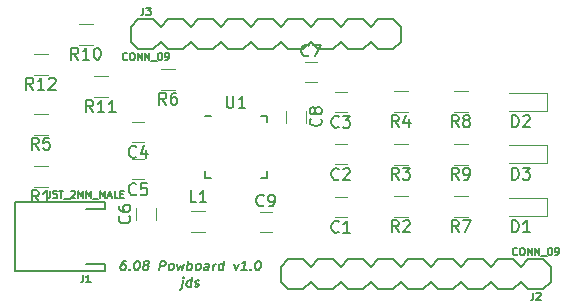
<source format=gto>
G04 #@! TF.FileFunction,Legend,Top*
%FSLAX46Y46*%
G04 Gerber Fmt 4.6, Leading zero omitted, Abs format (unit mm)*
G04 Created by KiCad (PCBNEW 4.0.6) date Sunday, December 17, 2017 'PMt' 09:14:31 PM*
%MOMM*%
%LPD*%
G01*
G04 APERTURE LIST*
%ADD10C,0.100000*%
%ADD11C,0.200000*%
%ADD12C,0.120000*%
%ADD13C,0.203200*%
%ADD14C,0.150000*%
%ADD15C,0.127000*%
G04 APERTURE END LIST*
D10*
D11*
X151356903Y-108081905D02*
X151204522Y-108081905D01*
X151123570Y-108120000D01*
X151080713Y-108158095D01*
X150990236Y-108272381D01*
X150933094Y-108424762D01*
X150894999Y-108729524D01*
X150923570Y-108805714D01*
X150956903Y-108843810D01*
X151028332Y-108881905D01*
X151180713Y-108881905D01*
X151261665Y-108843810D01*
X151304523Y-108805714D01*
X151352142Y-108729524D01*
X151375951Y-108539048D01*
X151347380Y-108462857D01*
X151314046Y-108424762D01*
X151242618Y-108386667D01*
X151090237Y-108386667D01*
X151009284Y-108424762D01*
X150966427Y-108462857D01*
X150918808Y-108539048D01*
X151685475Y-108805714D02*
X151718808Y-108843810D01*
X151675951Y-108881905D01*
X151642618Y-108843810D01*
X151685475Y-108805714D01*
X151675951Y-108881905D01*
X152309284Y-108081905D02*
X152385475Y-108081905D01*
X152456903Y-108120000D01*
X152490236Y-108158095D01*
X152518808Y-108234286D01*
X152537856Y-108386667D01*
X152514046Y-108577143D01*
X152456904Y-108729524D01*
X152409284Y-108805714D01*
X152366427Y-108843810D01*
X152285475Y-108881905D01*
X152209284Y-108881905D01*
X152137856Y-108843810D01*
X152104522Y-108805714D01*
X152075951Y-108729524D01*
X152056903Y-108577143D01*
X152080713Y-108386667D01*
X152137855Y-108234286D01*
X152185474Y-108158095D01*
X152228332Y-108120000D01*
X152309284Y-108081905D01*
X152990237Y-108424762D02*
X152918808Y-108386667D01*
X152885475Y-108348571D01*
X152856903Y-108272381D01*
X152861665Y-108234286D01*
X152909284Y-108158095D01*
X152952141Y-108120000D01*
X153033094Y-108081905D01*
X153185475Y-108081905D01*
X153256903Y-108120000D01*
X153290237Y-108158095D01*
X153318808Y-108234286D01*
X153314046Y-108272381D01*
X153266428Y-108348571D01*
X153223570Y-108386667D01*
X153142618Y-108424762D01*
X152990237Y-108424762D01*
X152909284Y-108462857D01*
X152866427Y-108500952D01*
X152818808Y-108577143D01*
X152799761Y-108729524D01*
X152828332Y-108805714D01*
X152861665Y-108843810D01*
X152933094Y-108881905D01*
X153085475Y-108881905D01*
X153166427Y-108843810D01*
X153209285Y-108805714D01*
X153256904Y-108729524D01*
X153275951Y-108577143D01*
X153247380Y-108500952D01*
X153214046Y-108462857D01*
X153142618Y-108424762D01*
X154190237Y-108881905D02*
X154290237Y-108081905D01*
X154594999Y-108081905D01*
X154666428Y-108120000D01*
X154699761Y-108158095D01*
X154728332Y-108234286D01*
X154714047Y-108348571D01*
X154666428Y-108424762D01*
X154623571Y-108462857D01*
X154542618Y-108500952D01*
X154237856Y-108500952D01*
X155104523Y-108881905D02*
X155033094Y-108843810D01*
X154999761Y-108805714D01*
X154971190Y-108729524D01*
X154999761Y-108500952D01*
X155047380Y-108424762D01*
X155090237Y-108386667D01*
X155171190Y-108348571D01*
X155285476Y-108348571D01*
X155356904Y-108386667D01*
X155390237Y-108424762D01*
X155418809Y-108500952D01*
X155390238Y-108729524D01*
X155342618Y-108805714D01*
X155299761Y-108843810D01*
X155218809Y-108881905D01*
X155104523Y-108881905D01*
X155704524Y-108348571D02*
X155790238Y-108881905D01*
X155990238Y-108500952D01*
X156095000Y-108881905D01*
X156314048Y-108348571D01*
X156552142Y-108881905D02*
X156652142Y-108081905D01*
X156614047Y-108386667D02*
X156695000Y-108348571D01*
X156847381Y-108348571D01*
X156918809Y-108386667D01*
X156952142Y-108424762D01*
X156980714Y-108500952D01*
X156952143Y-108729524D01*
X156904523Y-108805714D01*
X156861666Y-108843810D01*
X156780714Y-108881905D01*
X156628333Y-108881905D01*
X156556904Y-108843810D01*
X157390238Y-108881905D02*
X157318809Y-108843810D01*
X157285476Y-108805714D01*
X157256905Y-108729524D01*
X157285476Y-108500952D01*
X157333095Y-108424762D01*
X157375952Y-108386667D01*
X157456905Y-108348571D01*
X157571191Y-108348571D01*
X157642619Y-108386667D01*
X157675952Y-108424762D01*
X157704524Y-108500952D01*
X157675953Y-108729524D01*
X157628333Y-108805714D01*
X157585476Y-108843810D01*
X157504524Y-108881905D01*
X157390238Y-108881905D01*
X158342619Y-108881905D02*
X158395000Y-108462857D01*
X158366429Y-108386667D01*
X158295001Y-108348571D01*
X158142620Y-108348571D01*
X158061667Y-108386667D01*
X158347381Y-108843810D02*
X158266429Y-108881905D01*
X158075953Y-108881905D01*
X158004524Y-108843810D01*
X157975953Y-108767619D01*
X157985476Y-108691429D01*
X158033095Y-108615238D01*
X158114048Y-108577143D01*
X158304524Y-108577143D01*
X158385476Y-108539048D01*
X158723572Y-108881905D02*
X158790239Y-108348571D01*
X158771191Y-108500952D02*
X158818810Y-108424762D01*
X158861668Y-108386667D01*
X158942620Y-108348571D01*
X159018811Y-108348571D01*
X159561667Y-108881905D02*
X159661667Y-108081905D01*
X159566429Y-108843810D02*
X159485477Y-108881905D01*
X159333096Y-108881905D01*
X159261667Y-108843810D01*
X159228334Y-108805714D01*
X159199763Y-108729524D01*
X159228334Y-108500952D01*
X159275953Y-108424762D01*
X159318810Y-108386667D01*
X159399763Y-108348571D01*
X159552144Y-108348571D01*
X159623572Y-108386667D01*
X160542621Y-108348571D02*
X160666430Y-108881905D01*
X160923573Y-108348571D01*
X161580716Y-108881905D02*
X161123573Y-108881905D01*
X161352144Y-108881905D02*
X161452144Y-108081905D01*
X161361668Y-108196190D01*
X161275953Y-108272381D01*
X161195002Y-108310476D01*
X161933097Y-108805714D02*
X161966430Y-108843810D01*
X161923573Y-108881905D01*
X161890240Y-108843810D01*
X161933097Y-108805714D01*
X161923573Y-108881905D01*
X162556906Y-108081905D02*
X162633097Y-108081905D01*
X162704525Y-108120000D01*
X162737858Y-108158095D01*
X162766430Y-108234286D01*
X162785478Y-108386667D01*
X162761668Y-108577143D01*
X162704526Y-108729524D01*
X162656906Y-108805714D01*
X162614049Y-108843810D01*
X162533097Y-108881905D01*
X162456906Y-108881905D01*
X162385478Y-108843810D01*
X162352144Y-108805714D01*
X162323573Y-108729524D01*
X162304525Y-108577143D01*
X162328335Y-108386667D01*
X162385477Y-108234286D01*
X162433096Y-108158095D01*
X162475954Y-108120000D01*
X162556906Y-108081905D01*
X156180715Y-109748571D02*
X156095000Y-110434286D01*
X156047381Y-110510476D01*
X155966429Y-110548571D01*
X155928334Y-110548571D01*
X156214048Y-109481905D02*
X156171191Y-109520000D01*
X156204524Y-109558095D01*
X156247381Y-109520000D01*
X156214048Y-109481905D01*
X156204524Y-109558095D01*
X156837857Y-110281905D02*
X156937857Y-109481905D01*
X156842619Y-110243810D02*
X156761667Y-110281905D01*
X156609286Y-110281905D01*
X156537857Y-110243810D01*
X156504524Y-110205714D01*
X156475953Y-110129524D01*
X156504524Y-109900952D01*
X156552143Y-109824762D01*
X156595000Y-109786667D01*
X156675953Y-109748571D01*
X156828334Y-109748571D01*
X156899762Y-109786667D01*
X157185477Y-110243810D02*
X157256905Y-110281905D01*
X157409286Y-110281905D01*
X157490239Y-110243810D01*
X157537858Y-110167619D01*
X157542620Y-110129524D01*
X157514048Y-110053333D01*
X157442619Y-110015238D01*
X157328334Y-110015238D01*
X157256905Y-109977143D01*
X157228334Y-109900952D01*
X157233096Y-109862857D01*
X157280715Y-109786667D01*
X157361668Y-109748571D01*
X157475953Y-109748571D01*
X157547382Y-109786667D01*
D12*
X169045000Y-104355000D02*
X170045000Y-104355000D01*
X170045000Y-102655000D02*
X169045000Y-102655000D01*
X169045000Y-99910000D02*
X170045000Y-99910000D01*
X170045000Y-98210000D02*
X169045000Y-98210000D01*
X169045000Y-95465000D02*
X170045000Y-95465000D01*
X170045000Y-93765000D02*
X169045000Y-93765000D01*
X151900000Y-98005000D02*
X152900000Y-98005000D01*
X152900000Y-96305000D02*
X151900000Y-96305000D01*
X151900000Y-101180000D02*
X152900000Y-101180000D01*
X152900000Y-99480000D02*
X151900000Y-99480000D01*
X152185000Y-103640000D02*
X152185000Y-104640000D01*
X153885000Y-104640000D02*
X153885000Y-103640000D01*
X167505000Y-91225000D02*
X166505000Y-91225000D01*
X166505000Y-92925000D02*
X167505000Y-92925000D01*
X166585000Y-96385000D02*
X166585000Y-95385000D01*
X164885000Y-95385000D02*
X164885000Y-96385000D01*
X163695000Y-103925000D02*
X162695000Y-103925000D01*
X162695000Y-105625000D02*
X163695000Y-105625000D01*
X183785000Y-102755000D02*
X186985000Y-102755000D01*
X186985000Y-104255000D02*
X183785000Y-104255000D01*
X186985000Y-104255000D02*
X186985000Y-102755000D01*
X183785000Y-93865000D02*
X186985000Y-93865000D01*
X186985000Y-95365000D02*
X183785000Y-95365000D01*
X186985000Y-95365000D02*
X186985000Y-93865000D01*
X183785000Y-98310000D02*
X186985000Y-98310000D01*
X186985000Y-99810000D02*
X183785000Y-99810000D01*
X186985000Y-99810000D02*
X186985000Y-98310000D01*
D13*
X149552660Y-108993940D02*
X141955520Y-108993940D01*
X141955520Y-108993940D02*
X141955520Y-103096060D01*
X141955520Y-103096060D02*
X149552660Y-103096060D01*
X149552660Y-108993940D02*
X149552660Y-108343700D01*
X149552660Y-103096060D02*
X149552660Y-103746300D01*
X149552660Y-108343700D02*
X147955000Y-108343700D01*
X149552660Y-103746300D02*
X147955000Y-103746300D01*
X171450000Y-110490000D02*
X170180000Y-110490000D01*
X170180000Y-110490000D02*
X169545000Y-109855000D01*
X169545000Y-108585000D02*
X170180000Y-107950000D01*
X174625000Y-109855000D02*
X173990000Y-110490000D01*
X173990000Y-110490000D02*
X172720000Y-110490000D01*
X172720000Y-110490000D02*
X172085000Y-109855000D01*
X172085000Y-108585000D02*
X172720000Y-107950000D01*
X172720000Y-107950000D02*
X173990000Y-107950000D01*
X173990000Y-107950000D02*
X174625000Y-108585000D01*
X171450000Y-110490000D02*
X172085000Y-109855000D01*
X172085000Y-108585000D02*
X171450000Y-107950000D01*
X170180000Y-107950000D02*
X171450000Y-107950000D01*
X179070000Y-110490000D02*
X177800000Y-110490000D01*
X177800000Y-110490000D02*
X177165000Y-109855000D01*
X177165000Y-108585000D02*
X177800000Y-107950000D01*
X177165000Y-109855000D02*
X176530000Y-110490000D01*
X176530000Y-110490000D02*
X175260000Y-110490000D01*
X175260000Y-110490000D02*
X174625000Y-109855000D01*
X174625000Y-108585000D02*
X175260000Y-107950000D01*
X175260000Y-107950000D02*
X176530000Y-107950000D01*
X176530000Y-107950000D02*
X177165000Y-108585000D01*
X182245000Y-109855000D02*
X181610000Y-110490000D01*
X181610000Y-110490000D02*
X180340000Y-110490000D01*
X180340000Y-110490000D02*
X179705000Y-109855000D01*
X179705000Y-108585000D02*
X180340000Y-107950000D01*
X180340000Y-107950000D02*
X181610000Y-107950000D01*
X181610000Y-107950000D02*
X182245000Y-108585000D01*
X179070000Y-110490000D02*
X179705000Y-109855000D01*
X179705000Y-108585000D02*
X179070000Y-107950000D01*
X177800000Y-107950000D02*
X179070000Y-107950000D01*
X186690000Y-110490000D02*
X185420000Y-110490000D01*
X185420000Y-110490000D02*
X184785000Y-109855000D01*
X184785000Y-108585000D02*
X185420000Y-107950000D01*
X184785000Y-109855000D02*
X184150000Y-110490000D01*
X184150000Y-110490000D02*
X182880000Y-110490000D01*
X182880000Y-110490000D02*
X182245000Y-109855000D01*
X182245000Y-108585000D02*
X182880000Y-107950000D01*
X182880000Y-107950000D02*
X184150000Y-107950000D01*
X184150000Y-107950000D02*
X184785000Y-108585000D01*
X187325000Y-109855000D02*
X187325000Y-108585000D01*
X186690000Y-110490000D02*
X187325000Y-109855000D01*
X187325000Y-108585000D02*
X186690000Y-107950000D01*
X185420000Y-107950000D02*
X186690000Y-107950000D01*
X168910000Y-110490000D02*
X167640000Y-110490000D01*
X167640000Y-110490000D02*
X167005000Y-109855000D01*
X167005000Y-108585000D02*
X167640000Y-107950000D01*
X168910000Y-110490000D02*
X169545000Y-109855000D01*
X169545000Y-108585000D02*
X168910000Y-107950000D01*
X167640000Y-107950000D02*
X168910000Y-107950000D01*
X166370000Y-110490000D02*
X165100000Y-110490000D01*
X165100000Y-110490000D02*
X164465000Y-109855000D01*
X164465000Y-108585000D02*
X165100000Y-107950000D01*
X166370000Y-110490000D02*
X167005000Y-109855000D01*
X167005000Y-108585000D02*
X166370000Y-107950000D01*
X165100000Y-107950000D02*
X166370000Y-107950000D01*
X164465000Y-109855000D02*
X164465000Y-108585000D01*
X167640000Y-87630000D02*
X168910000Y-87630000D01*
X168910000Y-87630000D02*
X169545000Y-88265000D01*
X169545000Y-89535000D02*
X168910000Y-90170000D01*
X164465000Y-88265000D02*
X165100000Y-87630000D01*
X165100000Y-87630000D02*
X166370000Y-87630000D01*
X166370000Y-87630000D02*
X167005000Y-88265000D01*
X167005000Y-89535000D02*
X166370000Y-90170000D01*
X166370000Y-90170000D02*
X165100000Y-90170000D01*
X165100000Y-90170000D02*
X164465000Y-89535000D01*
X167640000Y-87630000D02*
X167005000Y-88265000D01*
X167005000Y-89535000D02*
X167640000Y-90170000D01*
X168910000Y-90170000D02*
X167640000Y-90170000D01*
X160020000Y-87630000D02*
X161290000Y-87630000D01*
X161290000Y-87630000D02*
X161925000Y-88265000D01*
X161925000Y-89535000D02*
X161290000Y-90170000D01*
X161925000Y-88265000D02*
X162560000Y-87630000D01*
X162560000Y-87630000D02*
X163830000Y-87630000D01*
X163830000Y-87630000D02*
X164465000Y-88265000D01*
X164465000Y-89535000D02*
X163830000Y-90170000D01*
X163830000Y-90170000D02*
X162560000Y-90170000D01*
X162560000Y-90170000D02*
X161925000Y-89535000D01*
X156845000Y-88265000D02*
X157480000Y-87630000D01*
X157480000Y-87630000D02*
X158750000Y-87630000D01*
X158750000Y-87630000D02*
X159385000Y-88265000D01*
X159385000Y-89535000D02*
X158750000Y-90170000D01*
X158750000Y-90170000D02*
X157480000Y-90170000D01*
X157480000Y-90170000D02*
X156845000Y-89535000D01*
X160020000Y-87630000D02*
X159385000Y-88265000D01*
X159385000Y-89535000D02*
X160020000Y-90170000D01*
X161290000Y-90170000D02*
X160020000Y-90170000D01*
X152400000Y-87630000D02*
X153670000Y-87630000D01*
X153670000Y-87630000D02*
X154305000Y-88265000D01*
X154305000Y-89535000D02*
X153670000Y-90170000D01*
X154305000Y-88265000D02*
X154940000Y-87630000D01*
X154940000Y-87630000D02*
X156210000Y-87630000D01*
X156210000Y-87630000D02*
X156845000Y-88265000D01*
X156845000Y-89535000D02*
X156210000Y-90170000D01*
X156210000Y-90170000D02*
X154940000Y-90170000D01*
X154940000Y-90170000D02*
X154305000Y-89535000D01*
X151765000Y-88265000D02*
X151765000Y-89535000D01*
X152400000Y-87630000D02*
X151765000Y-88265000D01*
X151765000Y-89535000D02*
X152400000Y-90170000D01*
X153670000Y-90170000D02*
X152400000Y-90170000D01*
X170180000Y-87630000D02*
X171450000Y-87630000D01*
X171450000Y-87630000D02*
X172085000Y-88265000D01*
X172085000Y-89535000D02*
X171450000Y-90170000D01*
X170180000Y-87630000D02*
X169545000Y-88265000D01*
X169545000Y-89535000D02*
X170180000Y-90170000D01*
X171450000Y-90170000D02*
X170180000Y-90170000D01*
X172720000Y-87630000D02*
X173990000Y-87630000D01*
X173990000Y-87630000D02*
X174625000Y-88265000D01*
X174625000Y-89535000D02*
X173990000Y-90170000D01*
X172720000Y-87630000D02*
X172085000Y-88265000D01*
X172085000Y-89535000D02*
X172720000Y-90170000D01*
X173990000Y-90170000D02*
X172720000Y-90170000D01*
X174625000Y-88265000D02*
X174625000Y-89535000D01*
D12*
X158080000Y-105655000D02*
X156880000Y-105655000D01*
X156880000Y-103895000D02*
X158080000Y-103895000D01*
X143545000Y-100085000D02*
X144745000Y-100085000D01*
X144745000Y-101845000D02*
X143545000Y-101845000D01*
X174025000Y-102625000D02*
X175225000Y-102625000D01*
X175225000Y-104385000D02*
X174025000Y-104385000D01*
X174025000Y-98180000D02*
X175225000Y-98180000D01*
X175225000Y-99940000D02*
X174025000Y-99940000D01*
X174025000Y-93735000D02*
X175225000Y-93735000D01*
X175225000Y-95495000D02*
X174025000Y-95495000D01*
X143545000Y-95640000D02*
X144745000Y-95640000D01*
X144745000Y-97400000D02*
X143545000Y-97400000D01*
X154340000Y-91830000D02*
X155540000Y-91830000D01*
X155540000Y-93590000D02*
X154340000Y-93590000D01*
X179105000Y-102625000D02*
X180305000Y-102625000D01*
X180305000Y-104385000D02*
X179105000Y-104385000D01*
X179105000Y-93735000D02*
X180305000Y-93735000D01*
X180305000Y-95495000D02*
X179105000Y-95495000D01*
X179105000Y-98180000D02*
X180305000Y-98180000D01*
X180305000Y-99940000D02*
X179105000Y-99940000D01*
X147355000Y-88020000D02*
X148555000Y-88020000D01*
X148555000Y-89780000D02*
X147355000Y-89780000D01*
X148625000Y-92465000D02*
X149825000Y-92465000D01*
X149825000Y-94225000D02*
X148625000Y-94225000D01*
X143545000Y-90560000D02*
X144745000Y-90560000D01*
X144745000Y-92320000D02*
X143545000Y-92320000D01*
D14*
X163280000Y-95800000D02*
X163280000Y-96325000D01*
X158030000Y-101050000D02*
X158030000Y-100525000D01*
X163280000Y-101050000D02*
X163280000Y-100525000D01*
X158030000Y-95800000D02*
X158555000Y-95800000D01*
X158030000Y-101050000D02*
X158555000Y-101050000D01*
X163280000Y-101050000D02*
X162755000Y-101050000D01*
X163280000Y-95800000D02*
X162755000Y-95800000D01*
X169378334Y-105612143D02*
X169330715Y-105659762D01*
X169187858Y-105707381D01*
X169092620Y-105707381D01*
X168949762Y-105659762D01*
X168854524Y-105564524D01*
X168806905Y-105469286D01*
X168759286Y-105278810D01*
X168759286Y-105135952D01*
X168806905Y-104945476D01*
X168854524Y-104850238D01*
X168949762Y-104755000D01*
X169092620Y-104707381D01*
X169187858Y-104707381D01*
X169330715Y-104755000D01*
X169378334Y-104802619D01*
X170330715Y-105707381D02*
X169759286Y-105707381D01*
X170045000Y-105707381D02*
X170045000Y-104707381D01*
X169949762Y-104850238D01*
X169854524Y-104945476D01*
X169759286Y-104993095D01*
X169378334Y-101167143D02*
X169330715Y-101214762D01*
X169187858Y-101262381D01*
X169092620Y-101262381D01*
X168949762Y-101214762D01*
X168854524Y-101119524D01*
X168806905Y-101024286D01*
X168759286Y-100833810D01*
X168759286Y-100690952D01*
X168806905Y-100500476D01*
X168854524Y-100405238D01*
X168949762Y-100310000D01*
X169092620Y-100262381D01*
X169187858Y-100262381D01*
X169330715Y-100310000D01*
X169378334Y-100357619D01*
X169759286Y-100357619D02*
X169806905Y-100310000D01*
X169902143Y-100262381D01*
X170140239Y-100262381D01*
X170235477Y-100310000D01*
X170283096Y-100357619D01*
X170330715Y-100452857D01*
X170330715Y-100548095D01*
X170283096Y-100690952D01*
X169711667Y-101262381D01*
X170330715Y-101262381D01*
X169378334Y-96722143D02*
X169330715Y-96769762D01*
X169187858Y-96817381D01*
X169092620Y-96817381D01*
X168949762Y-96769762D01*
X168854524Y-96674524D01*
X168806905Y-96579286D01*
X168759286Y-96388810D01*
X168759286Y-96245952D01*
X168806905Y-96055476D01*
X168854524Y-95960238D01*
X168949762Y-95865000D01*
X169092620Y-95817381D01*
X169187858Y-95817381D01*
X169330715Y-95865000D01*
X169378334Y-95912619D01*
X169711667Y-95817381D02*
X170330715Y-95817381D01*
X169997381Y-96198333D01*
X170140239Y-96198333D01*
X170235477Y-96245952D01*
X170283096Y-96293571D01*
X170330715Y-96388810D01*
X170330715Y-96626905D01*
X170283096Y-96722143D01*
X170235477Y-96769762D01*
X170140239Y-96817381D01*
X169854524Y-96817381D01*
X169759286Y-96769762D01*
X169711667Y-96722143D01*
X152233334Y-99262143D02*
X152185715Y-99309762D01*
X152042858Y-99357381D01*
X151947620Y-99357381D01*
X151804762Y-99309762D01*
X151709524Y-99214524D01*
X151661905Y-99119286D01*
X151614286Y-98928810D01*
X151614286Y-98785952D01*
X151661905Y-98595476D01*
X151709524Y-98500238D01*
X151804762Y-98405000D01*
X151947620Y-98357381D01*
X152042858Y-98357381D01*
X152185715Y-98405000D01*
X152233334Y-98452619D01*
X153090477Y-98690714D02*
X153090477Y-99357381D01*
X152852381Y-98309762D02*
X152614286Y-99024048D01*
X153233334Y-99024048D01*
X152233334Y-102437143D02*
X152185715Y-102484762D01*
X152042858Y-102532381D01*
X151947620Y-102532381D01*
X151804762Y-102484762D01*
X151709524Y-102389524D01*
X151661905Y-102294286D01*
X151614286Y-102103810D01*
X151614286Y-101960952D01*
X151661905Y-101770476D01*
X151709524Y-101675238D01*
X151804762Y-101580000D01*
X151947620Y-101532381D01*
X152042858Y-101532381D01*
X152185715Y-101580000D01*
X152233334Y-101627619D01*
X153138096Y-101532381D02*
X152661905Y-101532381D01*
X152614286Y-102008571D01*
X152661905Y-101960952D01*
X152757143Y-101913333D01*
X152995239Y-101913333D01*
X153090477Y-101960952D01*
X153138096Y-102008571D01*
X153185715Y-102103810D01*
X153185715Y-102341905D01*
X153138096Y-102437143D01*
X153090477Y-102484762D01*
X152995239Y-102532381D01*
X152757143Y-102532381D01*
X152661905Y-102484762D01*
X152614286Y-102437143D01*
X151642143Y-104306666D02*
X151689762Y-104354285D01*
X151737381Y-104497142D01*
X151737381Y-104592380D01*
X151689762Y-104735238D01*
X151594524Y-104830476D01*
X151499286Y-104878095D01*
X151308810Y-104925714D01*
X151165952Y-104925714D01*
X150975476Y-104878095D01*
X150880238Y-104830476D01*
X150785000Y-104735238D01*
X150737381Y-104592380D01*
X150737381Y-104497142D01*
X150785000Y-104354285D01*
X150832619Y-104306666D01*
X150737381Y-103449523D02*
X150737381Y-103640000D01*
X150785000Y-103735238D01*
X150832619Y-103782857D01*
X150975476Y-103878095D01*
X151165952Y-103925714D01*
X151546905Y-103925714D01*
X151642143Y-103878095D01*
X151689762Y-103830476D01*
X151737381Y-103735238D01*
X151737381Y-103544761D01*
X151689762Y-103449523D01*
X151642143Y-103401904D01*
X151546905Y-103354285D01*
X151308810Y-103354285D01*
X151213571Y-103401904D01*
X151165952Y-103449523D01*
X151118333Y-103544761D01*
X151118333Y-103735238D01*
X151165952Y-103830476D01*
X151213571Y-103878095D01*
X151308810Y-103925714D01*
X166838334Y-90682143D02*
X166790715Y-90729762D01*
X166647858Y-90777381D01*
X166552620Y-90777381D01*
X166409762Y-90729762D01*
X166314524Y-90634524D01*
X166266905Y-90539286D01*
X166219286Y-90348810D01*
X166219286Y-90205952D01*
X166266905Y-90015476D01*
X166314524Y-89920238D01*
X166409762Y-89825000D01*
X166552620Y-89777381D01*
X166647858Y-89777381D01*
X166790715Y-89825000D01*
X166838334Y-89872619D01*
X167171667Y-89777381D02*
X167838334Y-89777381D01*
X167409762Y-90777381D01*
X167842143Y-96051666D02*
X167889762Y-96099285D01*
X167937381Y-96242142D01*
X167937381Y-96337380D01*
X167889762Y-96480238D01*
X167794524Y-96575476D01*
X167699286Y-96623095D01*
X167508810Y-96670714D01*
X167365952Y-96670714D01*
X167175476Y-96623095D01*
X167080238Y-96575476D01*
X166985000Y-96480238D01*
X166937381Y-96337380D01*
X166937381Y-96242142D01*
X166985000Y-96099285D01*
X167032619Y-96051666D01*
X167365952Y-95480238D02*
X167318333Y-95575476D01*
X167270714Y-95623095D01*
X167175476Y-95670714D01*
X167127857Y-95670714D01*
X167032619Y-95623095D01*
X166985000Y-95575476D01*
X166937381Y-95480238D01*
X166937381Y-95289761D01*
X166985000Y-95194523D01*
X167032619Y-95146904D01*
X167127857Y-95099285D01*
X167175476Y-95099285D01*
X167270714Y-95146904D01*
X167318333Y-95194523D01*
X167365952Y-95289761D01*
X167365952Y-95480238D01*
X167413571Y-95575476D01*
X167461190Y-95623095D01*
X167556429Y-95670714D01*
X167746905Y-95670714D01*
X167842143Y-95623095D01*
X167889762Y-95575476D01*
X167937381Y-95480238D01*
X167937381Y-95289761D01*
X167889762Y-95194523D01*
X167842143Y-95146904D01*
X167746905Y-95099285D01*
X167556429Y-95099285D01*
X167461190Y-95146904D01*
X167413571Y-95194523D01*
X167365952Y-95289761D01*
X163028334Y-103382143D02*
X162980715Y-103429762D01*
X162837858Y-103477381D01*
X162742620Y-103477381D01*
X162599762Y-103429762D01*
X162504524Y-103334524D01*
X162456905Y-103239286D01*
X162409286Y-103048810D01*
X162409286Y-102905952D01*
X162456905Y-102715476D01*
X162504524Y-102620238D01*
X162599762Y-102525000D01*
X162742620Y-102477381D01*
X162837858Y-102477381D01*
X162980715Y-102525000D01*
X163028334Y-102572619D01*
X163504524Y-103477381D02*
X163695000Y-103477381D01*
X163790239Y-103429762D01*
X163837858Y-103382143D01*
X163933096Y-103239286D01*
X163980715Y-103048810D01*
X163980715Y-102667857D01*
X163933096Y-102572619D01*
X163885477Y-102525000D01*
X163790239Y-102477381D01*
X163599762Y-102477381D01*
X163504524Y-102525000D01*
X163456905Y-102572619D01*
X163409286Y-102667857D01*
X163409286Y-102905952D01*
X163456905Y-103001190D01*
X163504524Y-103048810D01*
X163599762Y-103096429D01*
X163790239Y-103096429D01*
X163885477Y-103048810D01*
X163933096Y-103001190D01*
X163980715Y-102905952D01*
X184046905Y-105657381D02*
X184046905Y-104657381D01*
X184285000Y-104657381D01*
X184427858Y-104705000D01*
X184523096Y-104800238D01*
X184570715Y-104895476D01*
X184618334Y-105085952D01*
X184618334Y-105228810D01*
X184570715Y-105419286D01*
X184523096Y-105514524D01*
X184427858Y-105609762D01*
X184285000Y-105657381D01*
X184046905Y-105657381D01*
X185570715Y-105657381D02*
X184999286Y-105657381D01*
X185285000Y-105657381D02*
X185285000Y-104657381D01*
X185189762Y-104800238D01*
X185094524Y-104895476D01*
X184999286Y-104943095D01*
X184046905Y-96767381D02*
X184046905Y-95767381D01*
X184285000Y-95767381D01*
X184427858Y-95815000D01*
X184523096Y-95910238D01*
X184570715Y-96005476D01*
X184618334Y-96195952D01*
X184618334Y-96338810D01*
X184570715Y-96529286D01*
X184523096Y-96624524D01*
X184427858Y-96719762D01*
X184285000Y-96767381D01*
X184046905Y-96767381D01*
X184999286Y-95862619D02*
X185046905Y-95815000D01*
X185142143Y-95767381D01*
X185380239Y-95767381D01*
X185475477Y-95815000D01*
X185523096Y-95862619D01*
X185570715Y-95957857D01*
X185570715Y-96053095D01*
X185523096Y-96195952D01*
X184951667Y-96767381D01*
X185570715Y-96767381D01*
X184046905Y-101212381D02*
X184046905Y-100212381D01*
X184285000Y-100212381D01*
X184427858Y-100260000D01*
X184523096Y-100355238D01*
X184570715Y-100450476D01*
X184618334Y-100640952D01*
X184618334Y-100783810D01*
X184570715Y-100974286D01*
X184523096Y-101069524D01*
X184427858Y-101164762D01*
X184285000Y-101212381D01*
X184046905Y-101212381D01*
X184951667Y-100212381D02*
X185570715Y-100212381D01*
X185237381Y-100593333D01*
X185380239Y-100593333D01*
X185475477Y-100640952D01*
X185523096Y-100688571D01*
X185570715Y-100783810D01*
X185570715Y-101021905D01*
X185523096Y-101117143D01*
X185475477Y-101164762D01*
X185380239Y-101212381D01*
X185094524Y-101212381D01*
X184999286Y-101164762D01*
X184951667Y-101117143D01*
D15*
X147751800Y-109267171D02*
X147751800Y-109702600D01*
X147722772Y-109789686D01*
X147664715Y-109847743D01*
X147577629Y-109876771D01*
X147519572Y-109876771D01*
X148361400Y-109876771D02*
X148013057Y-109876771D01*
X148187229Y-109876771D02*
X148187229Y-109267171D01*
X148129172Y-109354257D01*
X148071114Y-109412314D01*
X148013057Y-109441343D01*
X144936029Y-102155171D02*
X144936029Y-102590600D01*
X144907001Y-102677686D01*
X144848944Y-102735743D01*
X144761858Y-102764771D01*
X144703801Y-102764771D01*
X145197286Y-102735743D02*
X145284372Y-102764771D01*
X145429515Y-102764771D01*
X145487572Y-102735743D01*
X145516601Y-102706714D01*
X145545629Y-102648657D01*
X145545629Y-102590600D01*
X145516601Y-102532543D01*
X145487572Y-102503514D01*
X145429515Y-102474486D01*
X145313401Y-102445457D01*
X145255343Y-102416429D01*
X145226315Y-102387400D01*
X145197286Y-102329343D01*
X145197286Y-102271286D01*
X145226315Y-102213229D01*
X145255343Y-102184200D01*
X145313401Y-102155171D01*
X145458543Y-102155171D01*
X145545629Y-102184200D01*
X145719800Y-102155171D02*
X146068143Y-102155171D01*
X145893972Y-102764771D02*
X145893972Y-102155171D01*
X146126200Y-102822829D02*
X146590657Y-102822829D01*
X146706771Y-102213229D02*
X146735800Y-102184200D01*
X146793857Y-102155171D01*
X146939000Y-102155171D01*
X146997057Y-102184200D01*
X147026086Y-102213229D01*
X147055114Y-102271286D01*
X147055114Y-102329343D01*
X147026086Y-102416429D01*
X146677743Y-102764771D01*
X147055114Y-102764771D01*
X147316371Y-102764771D02*
X147316371Y-102155171D01*
X147519571Y-102590600D01*
X147722771Y-102155171D01*
X147722771Y-102764771D01*
X148013057Y-102764771D02*
X148013057Y-102155171D01*
X148216257Y-102590600D01*
X148419457Y-102155171D01*
X148419457Y-102764771D01*
X148564600Y-102822829D02*
X149029057Y-102822829D01*
X149174200Y-102764771D02*
X149174200Y-102155171D01*
X149377400Y-102590600D01*
X149580600Y-102155171D01*
X149580600Y-102764771D01*
X149841857Y-102590600D02*
X150132143Y-102590600D01*
X149783800Y-102764771D02*
X149987000Y-102155171D01*
X150190200Y-102764771D01*
X150683686Y-102764771D02*
X150393400Y-102764771D01*
X150393400Y-102155171D01*
X150886886Y-102445457D02*
X151090086Y-102445457D01*
X151177172Y-102764771D02*
X150886886Y-102764771D01*
X150886886Y-102155171D01*
X151177172Y-102155171D01*
X185851800Y-110791171D02*
X185851800Y-111226600D01*
X185822772Y-111313686D01*
X185764715Y-111371743D01*
X185677629Y-111400771D01*
X185619572Y-111400771D01*
X186113057Y-110849229D02*
X186142086Y-110820200D01*
X186200143Y-110791171D01*
X186345286Y-110791171D01*
X186403343Y-110820200D01*
X186432372Y-110849229D01*
X186461400Y-110907286D01*
X186461400Y-110965343D01*
X186432372Y-111052429D01*
X186084029Y-111400771D01*
X186461400Y-111400771D01*
X184472943Y-107532714D02*
X184443914Y-107561743D01*
X184356828Y-107590771D01*
X184298771Y-107590771D01*
X184211686Y-107561743D01*
X184153628Y-107503686D01*
X184124600Y-107445629D01*
X184095571Y-107329514D01*
X184095571Y-107242429D01*
X184124600Y-107126314D01*
X184153628Y-107068257D01*
X184211686Y-107010200D01*
X184298771Y-106981171D01*
X184356828Y-106981171D01*
X184443914Y-107010200D01*
X184472943Y-107039229D01*
X184850314Y-106981171D02*
X184966428Y-106981171D01*
X185024486Y-107010200D01*
X185082543Y-107068257D01*
X185111571Y-107184371D01*
X185111571Y-107387571D01*
X185082543Y-107503686D01*
X185024486Y-107561743D01*
X184966428Y-107590771D01*
X184850314Y-107590771D01*
X184792257Y-107561743D01*
X184734200Y-107503686D01*
X184705171Y-107387571D01*
X184705171Y-107184371D01*
X184734200Y-107068257D01*
X184792257Y-107010200D01*
X184850314Y-106981171D01*
X185372829Y-107590771D02*
X185372829Y-106981171D01*
X185721172Y-107590771D01*
X185721172Y-106981171D01*
X186011458Y-107590771D02*
X186011458Y-106981171D01*
X186359801Y-107590771D01*
X186359801Y-106981171D01*
X186504944Y-107648829D02*
X186969401Y-107648829D01*
X187230658Y-106981171D02*
X187288715Y-106981171D01*
X187346772Y-107010200D01*
X187375801Y-107039229D01*
X187404830Y-107097286D01*
X187433858Y-107213400D01*
X187433858Y-107358543D01*
X187404830Y-107474657D01*
X187375801Y-107532714D01*
X187346772Y-107561743D01*
X187288715Y-107590771D01*
X187230658Y-107590771D01*
X187172601Y-107561743D01*
X187143572Y-107532714D01*
X187114544Y-107474657D01*
X187085515Y-107358543D01*
X187085515Y-107213400D01*
X187114544Y-107097286D01*
X187143572Y-107039229D01*
X187172601Y-107010200D01*
X187230658Y-106981171D01*
X187724143Y-107590771D02*
X187840258Y-107590771D01*
X187898315Y-107561743D01*
X187927343Y-107532714D01*
X187985401Y-107445629D01*
X188014429Y-107329514D01*
X188014429Y-107097286D01*
X187985401Y-107039229D01*
X187956372Y-107010200D01*
X187898315Y-106981171D01*
X187782201Y-106981171D01*
X187724143Y-107010200D01*
X187695115Y-107039229D01*
X187666086Y-107097286D01*
X187666086Y-107242429D01*
X187695115Y-107300486D01*
X187724143Y-107329514D01*
X187782201Y-107358543D01*
X187898315Y-107358543D01*
X187956372Y-107329514D01*
X187985401Y-107300486D01*
X188014429Y-107242429D01*
X152831800Y-86661171D02*
X152831800Y-87096600D01*
X152802772Y-87183686D01*
X152744715Y-87241743D01*
X152657629Y-87270771D01*
X152599572Y-87270771D01*
X153064029Y-86661171D02*
X153441400Y-86661171D01*
X153238200Y-86893400D01*
X153325286Y-86893400D01*
X153383343Y-86922429D01*
X153412372Y-86951457D01*
X153441400Y-87009514D01*
X153441400Y-87154657D01*
X153412372Y-87212714D01*
X153383343Y-87241743D01*
X153325286Y-87270771D01*
X153151114Y-87270771D01*
X153093057Y-87241743D01*
X153064029Y-87212714D01*
X151452943Y-91022714D02*
X151423914Y-91051743D01*
X151336828Y-91080771D01*
X151278771Y-91080771D01*
X151191686Y-91051743D01*
X151133628Y-90993686D01*
X151104600Y-90935629D01*
X151075571Y-90819514D01*
X151075571Y-90732429D01*
X151104600Y-90616314D01*
X151133628Y-90558257D01*
X151191686Y-90500200D01*
X151278771Y-90471171D01*
X151336828Y-90471171D01*
X151423914Y-90500200D01*
X151452943Y-90529229D01*
X151830314Y-90471171D02*
X151946428Y-90471171D01*
X152004486Y-90500200D01*
X152062543Y-90558257D01*
X152091571Y-90674371D01*
X152091571Y-90877571D01*
X152062543Y-90993686D01*
X152004486Y-91051743D01*
X151946428Y-91080771D01*
X151830314Y-91080771D01*
X151772257Y-91051743D01*
X151714200Y-90993686D01*
X151685171Y-90877571D01*
X151685171Y-90674371D01*
X151714200Y-90558257D01*
X151772257Y-90500200D01*
X151830314Y-90471171D01*
X152352829Y-91080771D02*
X152352829Y-90471171D01*
X152701172Y-91080771D01*
X152701172Y-90471171D01*
X152991458Y-91080771D02*
X152991458Y-90471171D01*
X153339801Y-91080771D01*
X153339801Y-90471171D01*
X153484944Y-91138829D02*
X153949401Y-91138829D01*
X154210658Y-90471171D02*
X154268715Y-90471171D01*
X154326772Y-90500200D01*
X154355801Y-90529229D01*
X154384830Y-90587286D01*
X154413858Y-90703400D01*
X154413858Y-90848543D01*
X154384830Y-90964657D01*
X154355801Y-91022714D01*
X154326772Y-91051743D01*
X154268715Y-91080771D01*
X154210658Y-91080771D01*
X154152601Y-91051743D01*
X154123572Y-91022714D01*
X154094544Y-90964657D01*
X154065515Y-90848543D01*
X154065515Y-90703400D01*
X154094544Y-90587286D01*
X154123572Y-90529229D01*
X154152601Y-90500200D01*
X154210658Y-90471171D01*
X154704143Y-91080771D02*
X154820258Y-91080771D01*
X154878315Y-91051743D01*
X154907343Y-91022714D01*
X154965401Y-90935629D01*
X154994429Y-90819514D01*
X154994429Y-90587286D01*
X154965401Y-90529229D01*
X154936372Y-90500200D01*
X154878315Y-90471171D01*
X154762201Y-90471171D01*
X154704143Y-90500200D01*
X154675115Y-90529229D01*
X154646086Y-90587286D01*
X154646086Y-90732429D01*
X154675115Y-90790486D01*
X154704143Y-90819514D01*
X154762201Y-90848543D01*
X154878315Y-90848543D01*
X154936372Y-90819514D01*
X154965401Y-90790486D01*
X154994429Y-90732429D01*
D14*
X157313334Y-103127381D02*
X156837143Y-103127381D01*
X156837143Y-102127381D01*
X158170477Y-103127381D02*
X157599048Y-103127381D01*
X157884762Y-103127381D02*
X157884762Y-102127381D01*
X157789524Y-102270238D01*
X157694286Y-102365476D01*
X157599048Y-102413095D01*
X143978334Y-103117381D02*
X143645000Y-102641190D01*
X143406905Y-103117381D02*
X143406905Y-102117381D01*
X143787858Y-102117381D01*
X143883096Y-102165000D01*
X143930715Y-102212619D01*
X143978334Y-102307857D01*
X143978334Y-102450714D01*
X143930715Y-102545952D01*
X143883096Y-102593571D01*
X143787858Y-102641190D01*
X143406905Y-102641190D01*
X144930715Y-103117381D02*
X144359286Y-103117381D01*
X144645000Y-103117381D02*
X144645000Y-102117381D01*
X144549762Y-102260238D01*
X144454524Y-102355476D01*
X144359286Y-102403095D01*
X174458334Y-105657381D02*
X174125000Y-105181190D01*
X173886905Y-105657381D02*
X173886905Y-104657381D01*
X174267858Y-104657381D01*
X174363096Y-104705000D01*
X174410715Y-104752619D01*
X174458334Y-104847857D01*
X174458334Y-104990714D01*
X174410715Y-105085952D01*
X174363096Y-105133571D01*
X174267858Y-105181190D01*
X173886905Y-105181190D01*
X174839286Y-104752619D02*
X174886905Y-104705000D01*
X174982143Y-104657381D01*
X175220239Y-104657381D01*
X175315477Y-104705000D01*
X175363096Y-104752619D01*
X175410715Y-104847857D01*
X175410715Y-104943095D01*
X175363096Y-105085952D01*
X174791667Y-105657381D01*
X175410715Y-105657381D01*
X174458334Y-101212381D02*
X174125000Y-100736190D01*
X173886905Y-101212381D02*
X173886905Y-100212381D01*
X174267858Y-100212381D01*
X174363096Y-100260000D01*
X174410715Y-100307619D01*
X174458334Y-100402857D01*
X174458334Y-100545714D01*
X174410715Y-100640952D01*
X174363096Y-100688571D01*
X174267858Y-100736190D01*
X173886905Y-100736190D01*
X174791667Y-100212381D02*
X175410715Y-100212381D01*
X175077381Y-100593333D01*
X175220239Y-100593333D01*
X175315477Y-100640952D01*
X175363096Y-100688571D01*
X175410715Y-100783810D01*
X175410715Y-101021905D01*
X175363096Y-101117143D01*
X175315477Y-101164762D01*
X175220239Y-101212381D01*
X174934524Y-101212381D01*
X174839286Y-101164762D01*
X174791667Y-101117143D01*
X174458334Y-96767381D02*
X174125000Y-96291190D01*
X173886905Y-96767381D02*
X173886905Y-95767381D01*
X174267858Y-95767381D01*
X174363096Y-95815000D01*
X174410715Y-95862619D01*
X174458334Y-95957857D01*
X174458334Y-96100714D01*
X174410715Y-96195952D01*
X174363096Y-96243571D01*
X174267858Y-96291190D01*
X173886905Y-96291190D01*
X175315477Y-96100714D02*
X175315477Y-96767381D01*
X175077381Y-95719762D02*
X174839286Y-96434048D01*
X175458334Y-96434048D01*
X143978334Y-98672381D02*
X143645000Y-98196190D01*
X143406905Y-98672381D02*
X143406905Y-97672381D01*
X143787858Y-97672381D01*
X143883096Y-97720000D01*
X143930715Y-97767619D01*
X143978334Y-97862857D01*
X143978334Y-98005714D01*
X143930715Y-98100952D01*
X143883096Y-98148571D01*
X143787858Y-98196190D01*
X143406905Y-98196190D01*
X144883096Y-97672381D02*
X144406905Y-97672381D01*
X144359286Y-98148571D01*
X144406905Y-98100952D01*
X144502143Y-98053333D01*
X144740239Y-98053333D01*
X144835477Y-98100952D01*
X144883096Y-98148571D01*
X144930715Y-98243810D01*
X144930715Y-98481905D01*
X144883096Y-98577143D01*
X144835477Y-98624762D01*
X144740239Y-98672381D01*
X144502143Y-98672381D01*
X144406905Y-98624762D01*
X144359286Y-98577143D01*
X154773334Y-94862381D02*
X154440000Y-94386190D01*
X154201905Y-94862381D02*
X154201905Y-93862381D01*
X154582858Y-93862381D01*
X154678096Y-93910000D01*
X154725715Y-93957619D01*
X154773334Y-94052857D01*
X154773334Y-94195714D01*
X154725715Y-94290952D01*
X154678096Y-94338571D01*
X154582858Y-94386190D01*
X154201905Y-94386190D01*
X155630477Y-93862381D02*
X155440000Y-93862381D01*
X155344762Y-93910000D01*
X155297143Y-93957619D01*
X155201905Y-94100476D01*
X155154286Y-94290952D01*
X155154286Y-94671905D01*
X155201905Y-94767143D01*
X155249524Y-94814762D01*
X155344762Y-94862381D01*
X155535239Y-94862381D01*
X155630477Y-94814762D01*
X155678096Y-94767143D01*
X155725715Y-94671905D01*
X155725715Y-94433810D01*
X155678096Y-94338571D01*
X155630477Y-94290952D01*
X155535239Y-94243333D01*
X155344762Y-94243333D01*
X155249524Y-94290952D01*
X155201905Y-94338571D01*
X155154286Y-94433810D01*
X179538334Y-105657381D02*
X179205000Y-105181190D01*
X178966905Y-105657381D02*
X178966905Y-104657381D01*
X179347858Y-104657381D01*
X179443096Y-104705000D01*
X179490715Y-104752619D01*
X179538334Y-104847857D01*
X179538334Y-104990714D01*
X179490715Y-105085952D01*
X179443096Y-105133571D01*
X179347858Y-105181190D01*
X178966905Y-105181190D01*
X179871667Y-104657381D02*
X180538334Y-104657381D01*
X180109762Y-105657381D01*
X179538334Y-96767381D02*
X179205000Y-96291190D01*
X178966905Y-96767381D02*
X178966905Y-95767381D01*
X179347858Y-95767381D01*
X179443096Y-95815000D01*
X179490715Y-95862619D01*
X179538334Y-95957857D01*
X179538334Y-96100714D01*
X179490715Y-96195952D01*
X179443096Y-96243571D01*
X179347858Y-96291190D01*
X178966905Y-96291190D01*
X180109762Y-96195952D02*
X180014524Y-96148333D01*
X179966905Y-96100714D01*
X179919286Y-96005476D01*
X179919286Y-95957857D01*
X179966905Y-95862619D01*
X180014524Y-95815000D01*
X180109762Y-95767381D01*
X180300239Y-95767381D01*
X180395477Y-95815000D01*
X180443096Y-95862619D01*
X180490715Y-95957857D01*
X180490715Y-96005476D01*
X180443096Y-96100714D01*
X180395477Y-96148333D01*
X180300239Y-96195952D01*
X180109762Y-96195952D01*
X180014524Y-96243571D01*
X179966905Y-96291190D01*
X179919286Y-96386429D01*
X179919286Y-96576905D01*
X179966905Y-96672143D01*
X180014524Y-96719762D01*
X180109762Y-96767381D01*
X180300239Y-96767381D01*
X180395477Y-96719762D01*
X180443096Y-96672143D01*
X180490715Y-96576905D01*
X180490715Y-96386429D01*
X180443096Y-96291190D01*
X180395477Y-96243571D01*
X180300239Y-96195952D01*
X179538334Y-101212381D02*
X179205000Y-100736190D01*
X178966905Y-101212381D02*
X178966905Y-100212381D01*
X179347858Y-100212381D01*
X179443096Y-100260000D01*
X179490715Y-100307619D01*
X179538334Y-100402857D01*
X179538334Y-100545714D01*
X179490715Y-100640952D01*
X179443096Y-100688571D01*
X179347858Y-100736190D01*
X178966905Y-100736190D01*
X180014524Y-101212381D02*
X180205000Y-101212381D01*
X180300239Y-101164762D01*
X180347858Y-101117143D01*
X180443096Y-100974286D01*
X180490715Y-100783810D01*
X180490715Y-100402857D01*
X180443096Y-100307619D01*
X180395477Y-100260000D01*
X180300239Y-100212381D01*
X180109762Y-100212381D01*
X180014524Y-100260000D01*
X179966905Y-100307619D01*
X179919286Y-100402857D01*
X179919286Y-100640952D01*
X179966905Y-100736190D01*
X180014524Y-100783810D01*
X180109762Y-100831429D01*
X180300239Y-100831429D01*
X180395477Y-100783810D01*
X180443096Y-100736190D01*
X180490715Y-100640952D01*
X147312143Y-91052381D02*
X146978809Y-90576190D01*
X146740714Y-91052381D02*
X146740714Y-90052381D01*
X147121667Y-90052381D01*
X147216905Y-90100000D01*
X147264524Y-90147619D01*
X147312143Y-90242857D01*
X147312143Y-90385714D01*
X147264524Y-90480952D01*
X147216905Y-90528571D01*
X147121667Y-90576190D01*
X146740714Y-90576190D01*
X148264524Y-91052381D02*
X147693095Y-91052381D01*
X147978809Y-91052381D02*
X147978809Y-90052381D01*
X147883571Y-90195238D01*
X147788333Y-90290476D01*
X147693095Y-90338095D01*
X148883571Y-90052381D02*
X148978810Y-90052381D01*
X149074048Y-90100000D01*
X149121667Y-90147619D01*
X149169286Y-90242857D01*
X149216905Y-90433333D01*
X149216905Y-90671429D01*
X149169286Y-90861905D01*
X149121667Y-90957143D01*
X149074048Y-91004762D01*
X148978810Y-91052381D01*
X148883571Y-91052381D01*
X148788333Y-91004762D01*
X148740714Y-90957143D01*
X148693095Y-90861905D01*
X148645476Y-90671429D01*
X148645476Y-90433333D01*
X148693095Y-90242857D01*
X148740714Y-90147619D01*
X148788333Y-90100000D01*
X148883571Y-90052381D01*
X148582143Y-95497381D02*
X148248809Y-95021190D01*
X148010714Y-95497381D02*
X148010714Y-94497381D01*
X148391667Y-94497381D01*
X148486905Y-94545000D01*
X148534524Y-94592619D01*
X148582143Y-94687857D01*
X148582143Y-94830714D01*
X148534524Y-94925952D01*
X148486905Y-94973571D01*
X148391667Y-95021190D01*
X148010714Y-95021190D01*
X149534524Y-95497381D02*
X148963095Y-95497381D01*
X149248809Y-95497381D02*
X149248809Y-94497381D01*
X149153571Y-94640238D01*
X149058333Y-94735476D01*
X148963095Y-94783095D01*
X150486905Y-95497381D02*
X149915476Y-95497381D01*
X150201190Y-95497381D02*
X150201190Y-94497381D01*
X150105952Y-94640238D01*
X150010714Y-94735476D01*
X149915476Y-94783095D01*
X143502143Y-93592381D02*
X143168809Y-93116190D01*
X142930714Y-93592381D02*
X142930714Y-92592381D01*
X143311667Y-92592381D01*
X143406905Y-92640000D01*
X143454524Y-92687619D01*
X143502143Y-92782857D01*
X143502143Y-92925714D01*
X143454524Y-93020952D01*
X143406905Y-93068571D01*
X143311667Y-93116190D01*
X142930714Y-93116190D01*
X144454524Y-93592381D02*
X143883095Y-93592381D01*
X144168809Y-93592381D02*
X144168809Y-92592381D01*
X144073571Y-92735238D01*
X143978333Y-92830476D01*
X143883095Y-92878095D01*
X144835476Y-92687619D02*
X144883095Y-92640000D01*
X144978333Y-92592381D01*
X145216429Y-92592381D01*
X145311667Y-92640000D01*
X145359286Y-92687619D01*
X145406905Y-92782857D01*
X145406905Y-92878095D01*
X145359286Y-93020952D01*
X144787857Y-93592381D01*
X145406905Y-93592381D01*
X159893095Y-94127381D02*
X159893095Y-94936905D01*
X159940714Y-95032143D01*
X159988333Y-95079762D01*
X160083571Y-95127381D01*
X160274048Y-95127381D01*
X160369286Y-95079762D01*
X160416905Y-95032143D01*
X160464524Y-94936905D01*
X160464524Y-94127381D01*
X161464524Y-95127381D02*
X160893095Y-95127381D01*
X161178809Y-95127381D02*
X161178809Y-94127381D01*
X161083571Y-94270238D01*
X160988333Y-94365476D01*
X160893095Y-94413095D01*
M02*

</source>
